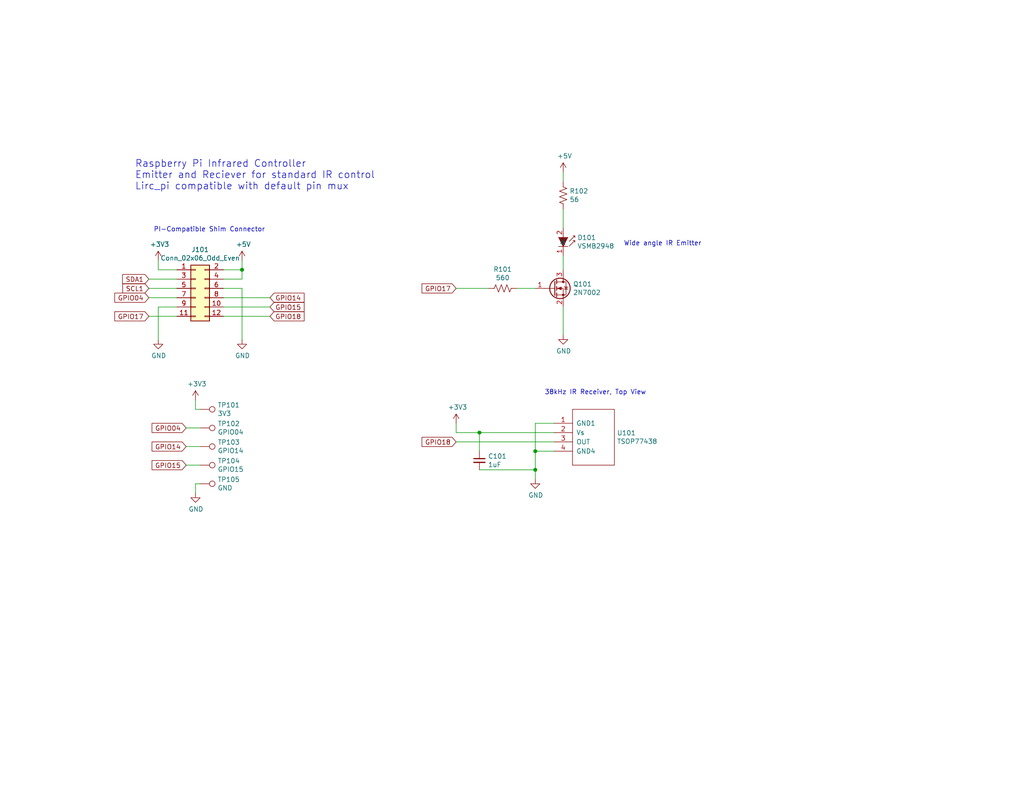
<source format=kicad_sch>
(kicad_sch (version 20230121) (generator eeschema)

  (uuid eeb41443-9284-454f-98c9-0a84b47d65db)

  (paper "USLetter")

  (title_block
    (title "PiRCy")
    (date "2023-11-21")
    (rev "1")
    (company "DigitalREP")
  )

  (lib_symbols
    (symbol "Connector:TestPoint" (pin_numbers hide) (pin_names (offset 0.762) hide) (in_bom yes) (on_board yes)
      (property "Reference" "TP" (at 0 6.858 0)
        (effects (font (size 1.27 1.27)))
      )
      (property "Value" "TestPoint" (at 0 5.08 0)
        (effects (font (size 1.27 1.27)))
      )
      (property "Footprint" "" (at 5.08 0 0)
        (effects (font (size 1.27 1.27)) hide)
      )
      (property "Datasheet" "~" (at 5.08 0 0)
        (effects (font (size 1.27 1.27)) hide)
      )
      (property "ki_keywords" "test point tp" (at 0 0 0)
        (effects (font (size 1.27 1.27)) hide)
      )
      (property "ki_description" "test point" (at 0 0 0)
        (effects (font (size 1.27 1.27)) hide)
      )
      (property "ki_fp_filters" "Pin* Test*" (at 0 0 0)
        (effects (font (size 1.27 1.27)) hide)
      )
      (symbol "TestPoint_0_1"
        (circle (center 0 3.302) (radius 0.762)
          (stroke (width 0) (type default))
          (fill (type none))
        )
      )
      (symbol "TestPoint_1_1"
        (pin passive line (at 0 0 90) (length 2.54)
          (name "1" (effects (font (size 1.27 1.27))))
          (number "1" (effects (font (size 1.27 1.27))))
        )
      )
    )
    (symbol "Connector_Generic:Conn_02x06_Odd_Even" (pin_names (offset 1.016) hide) (in_bom yes) (on_board yes)
      (property "Reference" "J" (at 1.27 7.62 0)
        (effects (font (size 1.27 1.27)))
      )
      (property "Value" "Conn_02x06_Odd_Even" (at 1.27 -10.16 0)
        (effects (font (size 1.27 1.27)))
      )
      (property "Footprint" "" (at 0 0 0)
        (effects (font (size 1.27 1.27)) hide)
      )
      (property "Datasheet" "~" (at 0 0 0)
        (effects (font (size 1.27 1.27)) hide)
      )
      (property "ki_keywords" "connector" (at 0 0 0)
        (effects (font (size 1.27 1.27)) hide)
      )
      (property "ki_description" "Generic connector, double row, 02x06, odd/even pin numbering scheme (row 1 odd numbers, row 2 even numbers), script generated (kicad-library-utils/schlib/autogen/connector/)" (at 0 0 0)
        (effects (font (size 1.27 1.27)) hide)
      )
      (property "ki_fp_filters" "Connector*:*_2x??_*" (at 0 0 0)
        (effects (font (size 1.27 1.27)) hide)
      )
      (symbol "Conn_02x06_Odd_Even_1_1"
        (rectangle (start -1.27 -7.493) (end 0 -7.747)
          (stroke (width 0.1524) (type default))
          (fill (type none))
        )
        (rectangle (start -1.27 -4.953) (end 0 -5.207)
          (stroke (width 0.1524) (type default))
          (fill (type none))
        )
        (rectangle (start -1.27 -2.413) (end 0 -2.667)
          (stroke (width 0.1524) (type default))
          (fill (type none))
        )
        (rectangle (start -1.27 0.127) (end 0 -0.127)
          (stroke (width 0.1524) (type default))
          (fill (type none))
        )
        (rectangle (start -1.27 2.667) (end 0 2.413)
          (stroke (width 0.1524) (type default))
          (fill (type none))
        )
        (rectangle (start -1.27 5.207) (end 0 4.953)
          (stroke (width 0.1524) (type default))
          (fill (type none))
        )
        (rectangle (start -1.27 6.35) (end 3.81 -8.89)
          (stroke (width 0.254) (type default))
          (fill (type background))
        )
        (rectangle (start 3.81 -7.493) (end 2.54 -7.747)
          (stroke (width 0.1524) (type default))
          (fill (type none))
        )
        (rectangle (start 3.81 -4.953) (end 2.54 -5.207)
          (stroke (width 0.1524) (type default))
          (fill (type none))
        )
        (rectangle (start 3.81 -2.413) (end 2.54 -2.667)
          (stroke (width 0.1524) (type default))
          (fill (type none))
        )
        (rectangle (start 3.81 0.127) (end 2.54 -0.127)
          (stroke (width 0.1524) (type default))
          (fill (type none))
        )
        (rectangle (start 3.81 2.667) (end 2.54 2.413)
          (stroke (width 0.1524) (type default))
          (fill (type none))
        )
        (rectangle (start 3.81 5.207) (end 2.54 4.953)
          (stroke (width 0.1524) (type default))
          (fill (type none))
        )
        (pin passive line (at -5.08 5.08 0) (length 3.81)
          (name "Pin_1" (effects (font (size 1.27 1.27))))
          (number "1" (effects (font (size 1.27 1.27))))
        )
        (pin passive line (at 7.62 -5.08 180) (length 3.81)
          (name "Pin_10" (effects (font (size 1.27 1.27))))
          (number "10" (effects (font (size 1.27 1.27))))
        )
        (pin passive line (at -5.08 -7.62 0) (length 3.81)
          (name "Pin_11" (effects (font (size 1.27 1.27))))
          (number "11" (effects (font (size 1.27 1.27))))
        )
        (pin passive line (at 7.62 -7.62 180) (length 3.81)
          (name "Pin_12" (effects (font (size 1.27 1.27))))
          (number "12" (effects (font (size 1.27 1.27))))
        )
        (pin passive line (at 7.62 5.08 180) (length 3.81)
          (name "Pin_2" (effects (font (size 1.27 1.27))))
          (number "2" (effects (font (size 1.27 1.27))))
        )
        (pin passive line (at -5.08 2.54 0) (length 3.81)
          (name "Pin_3" (effects (font (size 1.27 1.27))))
          (number "3" (effects (font (size 1.27 1.27))))
        )
        (pin passive line (at 7.62 2.54 180) (length 3.81)
          (name "Pin_4" (effects (font (size 1.27 1.27))))
          (number "4" (effects (font (size 1.27 1.27))))
        )
        (pin passive line (at -5.08 0 0) (length 3.81)
          (name "Pin_5" (effects (font (size 1.27 1.27))))
          (number "5" (effects (font (size 1.27 1.27))))
        )
        (pin passive line (at 7.62 0 180) (length 3.81)
          (name "Pin_6" (effects (font (size 1.27 1.27))))
          (number "6" (effects (font (size 1.27 1.27))))
        )
        (pin passive line (at -5.08 -2.54 0) (length 3.81)
          (name "Pin_7" (effects (font (size 1.27 1.27))))
          (number "7" (effects (font (size 1.27 1.27))))
        )
        (pin passive line (at 7.62 -2.54 180) (length 3.81)
          (name "Pin_8" (effects (font (size 1.27 1.27))))
          (number "8" (effects (font (size 1.27 1.27))))
        )
        (pin passive line (at -5.08 -5.08 0) (length 3.81)
          (name "Pin_9" (effects (font (size 1.27 1.27))))
          (number "9" (effects (font (size 1.27 1.27))))
        )
      )
    )
    (symbol "Device:C_Small" (pin_numbers hide) (pin_names (offset 0.254) hide) (in_bom yes) (on_board yes)
      (property "Reference" "C" (at 0.254 1.778 0)
        (effects (font (size 1.27 1.27)) (justify left))
      )
      (property "Value" "C_Small" (at 0.254 -2.032 0)
        (effects (font (size 1.27 1.27)) (justify left))
      )
      (property "Footprint" "" (at 0 0 0)
        (effects (font (size 1.27 1.27)) hide)
      )
      (property "Datasheet" "~" (at 0 0 0)
        (effects (font (size 1.27 1.27)) hide)
      )
      (property "ki_keywords" "capacitor cap" (at 0 0 0)
        (effects (font (size 1.27 1.27)) hide)
      )
      (property "ki_description" "Unpolarized capacitor, small symbol" (at 0 0 0)
        (effects (font (size 1.27 1.27)) hide)
      )
      (property "ki_fp_filters" "C_*" (at 0 0 0)
        (effects (font (size 1.27 1.27)) hide)
      )
      (symbol "C_Small_0_1"
        (polyline
          (pts
            (xy -1.524 -0.508)
            (xy 1.524 -0.508)
          )
          (stroke (width 0.3302) (type default))
          (fill (type none))
        )
        (polyline
          (pts
            (xy -1.524 0.508)
            (xy 1.524 0.508)
          )
          (stroke (width 0.3048) (type default))
          (fill (type none))
        )
      )
      (symbol "C_Small_1_1"
        (pin passive line (at 0 2.54 270) (length 2.032)
          (name "~" (effects (font (size 1.27 1.27))))
          (number "1" (effects (font (size 1.27 1.27))))
        )
        (pin passive line (at 0 -2.54 90) (length 2.032)
          (name "~" (effects (font (size 1.27 1.27))))
          (number "2" (effects (font (size 1.27 1.27))))
        )
      )
    )
    (symbol "Device:R_US" (pin_numbers hide) (pin_names (offset 0)) (in_bom yes) (on_board yes)
      (property "Reference" "R" (at 2.54 0 90)
        (effects (font (size 1.27 1.27)))
      )
      (property "Value" "R_US" (at -2.54 0 90)
        (effects (font (size 1.27 1.27)))
      )
      (property "Footprint" "" (at 1.016 -0.254 90)
        (effects (font (size 1.27 1.27)) hide)
      )
      (property "Datasheet" "~" (at 0 0 0)
        (effects (font (size 1.27 1.27)) hide)
      )
      (property "ki_keywords" "R res resistor" (at 0 0 0)
        (effects (font (size 1.27 1.27)) hide)
      )
      (property "ki_description" "Resistor, US symbol" (at 0 0 0)
        (effects (font (size 1.27 1.27)) hide)
      )
      (property "ki_fp_filters" "R_*" (at 0 0 0)
        (effects (font (size 1.27 1.27)) hide)
      )
      (symbol "R_US_0_1"
        (polyline
          (pts
            (xy 0 -2.286)
            (xy 0 -2.54)
          )
          (stroke (width 0) (type default))
          (fill (type none))
        )
        (polyline
          (pts
            (xy 0 2.286)
            (xy 0 2.54)
          )
          (stroke (width 0) (type default))
          (fill (type none))
        )
        (polyline
          (pts
            (xy 0 -0.762)
            (xy 1.016 -1.143)
            (xy 0 -1.524)
            (xy -1.016 -1.905)
            (xy 0 -2.286)
          )
          (stroke (width 0) (type default))
          (fill (type none))
        )
        (polyline
          (pts
            (xy 0 0.762)
            (xy 1.016 0.381)
            (xy 0 0)
            (xy -1.016 -0.381)
            (xy 0 -0.762)
          )
          (stroke (width 0) (type default))
          (fill (type none))
        )
        (polyline
          (pts
            (xy 0 2.286)
            (xy 1.016 1.905)
            (xy 0 1.524)
            (xy -1.016 1.143)
            (xy 0 0.762)
          )
          (stroke (width 0) (type default))
          (fill (type none))
        )
      )
      (symbol "R_US_1_1"
        (pin passive line (at 0 3.81 270) (length 1.27)
          (name "~" (effects (font (size 1.27 1.27))))
          (number "1" (effects (font (size 1.27 1.27))))
        )
        (pin passive line (at 0 -3.81 90) (length 1.27)
          (name "~" (effects (font (size 1.27 1.27))))
          (number "2" (effects (font (size 1.27 1.27))))
        )
      )
    )
    (symbol "PiRCy-rescue:TSOP77438-Vishay_IR" (pin_names (offset 1.016)) (in_bom yes) (on_board yes)
      (property "Reference" "U" (at -3.81 8.89 0)
        (effects (font (size 1.27 1.27)))
      )
      (property "Value" "Vishay_IR:TSOP77438" (at 0 -8.89 0)
        (effects (font (size 1.27 1.27)))
      )
      (property "Footprint" "" (at -8.89 1.27 0)
        (effects (font (size 1.27 1.27)) hide)
      )
      (property "Datasheet" "" (at -8.89 1.27 0)
        (effects (font (size 1.27 1.27)) hide)
      )
      (symbol "TSOP77438-Vishay_IR_0_1"
        (rectangle (start -5.08 7.62) (end 6.35 -7.62)
          (stroke (width 0) (type solid))
          (fill (type none))
        )
      )
      (symbol "TSOP77438-Vishay_IR_1_1"
        (pin power_in line (at -10.16 3.81 0) (length 5.08)
          (name "GND1" (effects (font (size 1.27 1.27))))
          (number "1" (effects (font (size 1.27 1.27))))
        )
        (pin power_in line (at -10.16 1.27 0) (length 5.08)
          (name "Vs" (effects (font (size 1.27 1.27))))
          (number "2" (effects (font (size 1.27 1.27))))
        )
        (pin open_collector line (at -10.16 -1.27 0) (length 5.08)
          (name "OUT" (effects (font (size 1.27 1.27))))
          (number "3" (effects (font (size 1.27 1.27))))
        )
        (pin open_collector line (at -10.16 -3.81 0) (length 5.08)
          (name "GND4" (effects (font (size 1.27 1.27))))
          (number "4" (effects (font (size 1.27 1.27))))
        )
      )
    )
    (symbol "PiRCy-rescue:VSMB2948-Vishay_IR" (pin_names (offset 1.016)) (in_bom yes) (on_board yes)
      (property "Reference" "D" (at 0 5.08 0)
        (effects (font (size 1.27 1.27)))
      )
      (property "Value" "Vishay_IR:VSMB2948" (at 0 -2.54 0)
        (effects (font (size 1.27 1.27)))
      )
      (property "Footprint" "" (at 0 0 0)
        (effects (font (size 1.27 1.27)) hide)
      )
      (property "Datasheet" "" (at 0 0 0)
        (effects (font (size 1.27 1.27)) hide)
      )
      (symbol "VSMB2948-Vishay_IR_1_1"
        (polyline
          (pts
            (xy -1.27 1.27)
            (xy -1.27 -1.27)
          )
          (stroke (width 0.1524) (type solid))
          (fill (type none))
        )
        (polyline
          (pts
            (xy 1.651 3.175)
            (xy 1.143 3.175)
          )
          (stroke (width 0) (type solid))
          (fill (type none))
        )
        (polyline
          (pts
            (xy 0.127 1.651)
            (xy 1.651 3.175)
            (xy 1.651 2.667)
          )
          (stroke (width 0) (type solid))
          (fill (type none))
        )
        (polyline
          (pts
            (xy 1.27 1.27)
            (xy -1.27 0)
            (xy 1.27 -1.27)
          )
          (stroke (width 0) (type solid))
          (fill (type outline))
        )
        (polyline
          (pts
            (xy -1.143 1.651)
            (xy 0.381 3.175)
            (xy 0.381 2.667)
            (xy 0.381 3.175)
            (xy -0.127 3.175)
          )
          (stroke (width 0) (type solid))
          (fill (type none))
        )
        (pin passive line (at -3.81 0 0) (length 2.54)
          (name "K" (effects (font (size 1.27 1.27))))
          (number "1" (effects (font (size 1.27 1.27))))
        )
        (pin passive line (at 3.81 0 180) (length 2.54)
          (name "A" (effects (font (size 1.27 1.27))))
          (number "2" (effects (font (size 1.27 1.27))))
        )
      )
    )
    (symbol "Transistor_FET:2N7002" (pin_names hide) (in_bom yes) (on_board yes)
      (property "Reference" "Q" (at 5.08 1.905 0)
        (effects (font (size 1.27 1.27)) (justify left))
      )
      (property "Value" "2N7002" (at 5.08 0 0)
        (effects (font (size 1.27 1.27)) (justify left))
      )
      (property "Footprint" "Package_TO_SOT_SMD:SOT-23" (at 5.08 -1.905 0)
        (effects (font (size 1.27 1.27) italic) (justify left) hide)
      )
      (property "Datasheet" "https://www.onsemi.com/pub/Collateral/NDS7002A-D.PDF" (at 0 0 0)
        (effects (font (size 1.27 1.27)) (justify left) hide)
      )
      (property "ki_keywords" "N-Channel Switching MOSFET" (at 0 0 0)
        (effects (font (size 1.27 1.27)) hide)
      )
      (property "ki_description" "0.115A Id, 60V Vds, N-Channel MOSFET, SOT-23" (at 0 0 0)
        (effects (font (size 1.27 1.27)) hide)
      )
      (property "ki_fp_filters" "SOT?23*" (at 0 0 0)
        (effects (font (size 1.27 1.27)) hide)
      )
      (symbol "2N7002_0_1"
        (polyline
          (pts
            (xy 0.254 0)
            (xy -2.54 0)
          )
          (stroke (width 0) (type default))
          (fill (type none))
        )
        (polyline
          (pts
            (xy 0.254 1.905)
            (xy 0.254 -1.905)
          )
          (stroke (width 0.254) (type default))
          (fill (type none))
        )
        (polyline
          (pts
            (xy 0.762 -1.27)
            (xy 0.762 -2.286)
          )
          (stroke (width 0.254) (type default))
          (fill (type none))
        )
        (polyline
          (pts
            (xy 0.762 0.508)
            (xy 0.762 -0.508)
          )
          (stroke (width 0.254) (type default))
          (fill (type none))
        )
        (polyline
          (pts
            (xy 0.762 2.286)
            (xy 0.762 1.27)
          )
          (stroke (width 0.254) (type default))
          (fill (type none))
        )
        (polyline
          (pts
            (xy 2.54 2.54)
            (xy 2.54 1.778)
          )
          (stroke (width 0) (type default))
          (fill (type none))
        )
        (polyline
          (pts
            (xy 2.54 -2.54)
            (xy 2.54 0)
            (xy 0.762 0)
          )
          (stroke (width 0) (type default))
          (fill (type none))
        )
        (polyline
          (pts
            (xy 0.762 -1.778)
            (xy 3.302 -1.778)
            (xy 3.302 1.778)
            (xy 0.762 1.778)
          )
          (stroke (width 0) (type default))
          (fill (type none))
        )
        (polyline
          (pts
            (xy 1.016 0)
            (xy 2.032 0.381)
            (xy 2.032 -0.381)
            (xy 1.016 0)
          )
          (stroke (width 0) (type default))
          (fill (type outline))
        )
        (polyline
          (pts
            (xy 2.794 0.508)
            (xy 2.921 0.381)
            (xy 3.683 0.381)
            (xy 3.81 0.254)
          )
          (stroke (width 0) (type default))
          (fill (type none))
        )
        (polyline
          (pts
            (xy 3.302 0.381)
            (xy 2.921 -0.254)
            (xy 3.683 -0.254)
            (xy 3.302 0.381)
          )
          (stroke (width 0) (type default))
          (fill (type none))
        )
        (circle (center 1.651 0) (radius 2.794)
          (stroke (width 0.254) (type default))
          (fill (type none))
        )
        (circle (center 2.54 -1.778) (radius 0.254)
          (stroke (width 0) (type default))
          (fill (type outline))
        )
        (circle (center 2.54 1.778) (radius 0.254)
          (stroke (width 0) (type default))
          (fill (type outline))
        )
      )
      (symbol "2N7002_1_1"
        (pin input line (at -5.08 0 0) (length 2.54)
          (name "G" (effects (font (size 1.27 1.27))))
          (number "1" (effects (font (size 1.27 1.27))))
        )
        (pin passive line (at 2.54 -5.08 90) (length 2.54)
          (name "S" (effects (font (size 1.27 1.27))))
          (number "2" (effects (font (size 1.27 1.27))))
        )
        (pin passive line (at 2.54 5.08 270) (length 2.54)
          (name "D" (effects (font (size 1.27 1.27))))
          (number "3" (effects (font (size 1.27 1.27))))
        )
      )
    )
    (symbol "power:+3V3" (power) (pin_names (offset 0)) (in_bom yes) (on_board yes)
      (property "Reference" "#PWR" (at 0 -3.81 0)
        (effects (font (size 1.27 1.27)) hide)
      )
      (property "Value" "+3V3" (at 0 3.556 0)
        (effects (font (size 1.27 1.27)))
      )
      (property "Footprint" "" (at 0 0 0)
        (effects (font (size 1.27 1.27)) hide)
      )
      (property "Datasheet" "" (at 0 0 0)
        (effects (font (size 1.27 1.27)) hide)
      )
      (property "ki_keywords" "global power" (at 0 0 0)
        (effects (font (size 1.27 1.27)) hide)
      )
      (property "ki_description" "Power symbol creates a global label with name \"+3V3\"" (at 0 0 0)
        (effects (font (size 1.27 1.27)) hide)
      )
      (symbol "+3V3_0_1"
        (polyline
          (pts
            (xy -0.762 1.27)
            (xy 0 2.54)
          )
          (stroke (width 0) (type default))
          (fill (type none))
        )
        (polyline
          (pts
            (xy 0 0)
            (xy 0 2.54)
          )
          (stroke (width 0) (type default))
          (fill (type none))
        )
        (polyline
          (pts
            (xy 0 2.54)
            (xy 0.762 1.27)
          )
          (stroke (width 0) (type default))
          (fill (type none))
        )
      )
      (symbol "+3V3_1_1"
        (pin power_in line (at 0 0 90) (length 0) hide
          (name "+3V3" (effects (font (size 1.27 1.27))))
          (number "1" (effects (font (size 1.27 1.27))))
        )
      )
    )
    (symbol "power:+5V" (power) (pin_names (offset 0)) (in_bom yes) (on_board yes)
      (property "Reference" "#PWR" (at 0 -3.81 0)
        (effects (font (size 1.27 1.27)) hide)
      )
      (property "Value" "+5V" (at 0 3.556 0)
        (effects (font (size 1.27 1.27)))
      )
      (property "Footprint" "" (at 0 0 0)
        (effects (font (size 1.27 1.27)) hide)
      )
      (property "Datasheet" "" (at 0 0 0)
        (effects (font (size 1.27 1.27)) hide)
      )
      (property "ki_keywords" "global power" (at 0 0 0)
        (effects (font (size 1.27 1.27)) hide)
      )
      (property "ki_description" "Power symbol creates a global label with name \"+5V\"" (at 0 0 0)
        (effects (font (size 1.27 1.27)) hide)
      )
      (symbol "+5V_0_1"
        (polyline
          (pts
            (xy -0.762 1.27)
            (xy 0 2.54)
          )
          (stroke (width 0) (type default))
          (fill (type none))
        )
        (polyline
          (pts
            (xy 0 0)
            (xy 0 2.54)
          )
          (stroke (width 0) (type default))
          (fill (type none))
        )
        (polyline
          (pts
            (xy 0 2.54)
            (xy 0.762 1.27)
          )
          (stroke (width 0) (type default))
          (fill (type none))
        )
      )
      (symbol "+5V_1_1"
        (pin power_in line (at 0 0 90) (length 0) hide
          (name "+5V" (effects (font (size 1.27 1.27))))
          (number "1" (effects (font (size 1.27 1.27))))
        )
      )
    )
    (symbol "power:GND" (power) (pin_names (offset 0)) (in_bom yes) (on_board yes)
      (property "Reference" "#PWR" (at 0 -6.35 0)
        (effects (font (size 1.27 1.27)) hide)
      )
      (property "Value" "GND" (at 0 -3.81 0)
        (effects (font (size 1.27 1.27)))
      )
      (property "Footprint" "" (at 0 0 0)
        (effects (font (size 1.27 1.27)) hide)
      )
      (property "Datasheet" "" (at 0 0 0)
        (effects (font (size 1.27 1.27)) hide)
      )
      (property "ki_keywords" "global power" (at 0 0 0)
        (effects (font (size 1.27 1.27)) hide)
      )
      (property "ki_description" "Power symbol creates a global label with name \"GND\" , ground" (at 0 0 0)
        (effects (font (size 1.27 1.27)) hide)
      )
      (symbol "GND_0_1"
        (polyline
          (pts
            (xy 0 0)
            (xy 0 -1.27)
            (xy 1.27 -1.27)
            (xy 0 -2.54)
            (xy -1.27 -1.27)
            (xy 0 -1.27)
          )
          (stroke (width 0) (type default))
          (fill (type none))
        )
      )
      (symbol "GND_1_1"
        (pin power_in line (at 0 0 270) (length 0) hide
          (name "GND" (effects (font (size 1.27 1.27))))
          (number "1" (effects (font (size 1.27 1.27))))
        )
      )
    )
  )

  (junction (at 66.04 73.66) (diameter 0) (color 0 0 0 0)
    (uuid 1a0fbd3b-7cc8-467b-9d4c-ea4124c2b15e)
  )
  (junction (at 146.05 123.19) (diameter 0) (color 0 0 0 0)
    (uuid 22cd4dea-c0fd-475a-be28-1b816ae85f46)
  )
  (junction (at 146.05 128.27) (diameter 0) (color 0 0 0 0)
    (uuid 5d049f12-3e1a-435c-9287-6713b93c595a)
  )
  (junction (at 130.81 118.11) (diameter 0) (color 0 0 0 0)
    (uuid d0618091-b8d8-4396-89b6-6d0ce336748e)
  )

  (wire (pts (xy 66.04 76.2) (xy 66.04 73.66))
    (stroke (width 0) (type default))
    (uuid 044e6bd2-92ba-4449-99c0-60dfddf19d7d)
  )
  (wire (pts (xy 153.67 46.99) (xy 153.67 49.53))
    (stroke (width 0) (type default))
    (uuid 14aab926-20b6-4926-935b-3cb6d919ceff)
  )
  (wire (pts (xy 66.04 71.12) (xy 66.04 73.66))
    (stroke (width 0) (type default))
    (uuid 1aa5ee8c-a18d-4784-b4d1-6880dac048d3)
  )
  (wire (pts (xy 40.64 86.36) (xy 48.26 86.36))
    (stroke (width 0) (type default))
    (uuid 1f685150-f846-4a13-8547-e01880084826)
  )
  (wire (pts (xy 48.26 73.66) (xy 43.18 73.66))
    (stroke (width 0) (type default))
    (uuid 22ba6c0f-b81d-44f8-9324-d81b0bcd6e66)
  )
  (wire (pts (xy 146.05 115.57) (xy 146.05 123.19))
    (stroke (width 0) (type default))
    (uuid 2ed72303-d5bd-45d9-82b8-06f33333c165)
  )
  (wire (pts (xy 73.66 86.36) (xy 60.96 86.36))
    (stroke (width 0) (type default))
    (uuid 3660a005-9293-4e24-9da6-318a8ecf7dc9)
  )
  (wire (pts (xy 50.8 121.92) (xy 54.61 121.92))
    (stroke (width 0) (type default))
    (uuid 3cffca0b-d88d-4646-a7fc-2666cd7c6e58)
  )
  (wire (pts (xy 66.04 78.74) (xy 66.04 92.71))
    (stroke (width 0) (type default))
    (uuid 45d63b04-cc44-42d1-a412-ba9b06b2a331)
  )
  (wire (pts (xy 50.8 127) (xy 54.61 127))
    (stroke (width 0) (type default))
    (uuid 47a057dd-67c4-42d8-9589-313259096b2f)
  )
  (wire (pts (xy 124.46 78.74) (xy 133.35 78.74))
    (stroke (width 0) (type default))
    (uuid 49775e63-e3bd-470a-89c2-e3eaf5755867)
  )
  (wire (pts (xy 73.66 83.82) (xy 60.96 83.82))
    (stroke (width 0) (type default))
    (uuid 4df68da4-d6b4-4236-b818-dc387d00d006)
  )
  (wire (pts (xy 43.18 83.82) (xy 43.18 92.71))
    (stroke (width 0) (type default))
    (uuid 5727c9d9-9509-45f9-9169-b33f7eca0848)
  )
  (wire (pts (xy 146.05 128.27) (xy 146.05 130.81))
    (stroke (width 0) (type default))
    (uuid 5f7707bb-c2b1-4da2-b189-be911d5be540)
  )
  (wire (pts (xy 54.61 111.76) (xy 53.34 111.76))
    (stroke (width 0) (type default))
    (uuid 62789086-af2b-4cbd-bfaa-32a29b3148e3)
  )
  (wire (pts (xy 53.34 132.08) (xy 53.34 134.62))
    (stroke (width 0) (type default))
    (uuid 69ee24e1-0d3d-4889-9cb1-08a9df8595d4)
  )
  (wire (pts (xy 73.66 81.28) (xy 60.96 81.28))
    (stroke (width 0) (type default))
    (uuid 6ea7d2b7-e0a1-4798-8b31-9eae8a3813be)
  )
  (wire (pts (xy 130.81 118.11) (xy 124.46 118.11))
    (stroke (width 0) (type default))
    (uuid 72d0c7c3-1c08-47aa-9be1-4fe34bea6f14)
  )
  (wire (pts (xy 151.13 118.11) (xy 130.81 118.11))
    (stroke (width 0) (type default))
    (uuid 735d36b4-7d02-4d05-8f0b-d0af92ee260a)
  )
  (wire (pts (xy 60.96 78.74) (xy 66.04 78.74))
    (stroke (width 0) (type default))
    (uuid 7ab1cecd-f6fa-4fd6-ad5f-5215021d6a0b)
  )
  (wire (pts (xy 146.05 123.19) (xy 146.05 128.27))
    (stroke (width 0) (type default))
    (uuid 8011c7c7-dc8a-45d5-b206-449fc075d67c)
  )
  (wire (pts (xy 130.81 123.19) (xy 130.81 118.11))
    (stroke (width 0) (type default))
    (uuid 85b42488-018b-41a9-bfe8-cec03bc74d34)
  )
  (wire (pts (xy 54.61 132.08) (xy 53.34 132.08))
    (stroke (width 0) (type default))
    (uuid 890c1c9a-f6d6-4a19-8d30-dc13e3bcfc1f)
  )
  (wire (pts (xy 130.81 128.27) (xy 146.05 128.27))
    (stroke (width 0) (type default))
    (uuid 89562abb-0b1f-4a38-aa92-c1e185a1565e)
  )
  (wire (pts (xy 124.46 120.65) (xy 151.13 120.65))
    (stroke (width 0) (type default))
    (uuid 8f1d979b-13aa-4a7a-876a-24c296df1bcf)
  )
  (wire (pts (xy 53.34 111.76) (xy 53.34 109.22))
    (stroke (width 0) (type default))
    (uuid 9c819017-bdcf-4b93-98ec-4e814e9cfc6b)
  )
  (wire (pts (xy 43.18 71.12) (xy 43.18 73.66))
    (stroke (width 0) (type default))
    (uuid 9eaae1d2-ffec-4815-a665-38f6010d98d4)
  )
  (wire (pts (xy 140.97 78.74) (xy 146.05 78.74))
    (stroke (width 0) (type default))
    (uuid a151d8dd-44f5-4f6d-8c87-678553117629)
  )
  (wire (pts (xy 151.13 115.57) (xy 146.05 115.57))
    (stroke (width 0) (type default))
    (uuid b0e90469-8093-4285-92bf-e28702dfb2cb)
  )
  (wire (pts (xy 48.26 83.82) (xy 43.18 83.82))
    (stroke (width 0) (type default))
    (uuid b5485661-0965-4e72-bed9-f536c1207a8c)
  )
  (wire (pts (xy 60.96 76.2) (xy 66.04 76.2))
    (stroke (width 0) (type default))
    (uuid bf662d7a-9cfe-49b8-87f4-8c9514684a6b)
  )
  (wire (pts (xy 124.46 115.57) (xy 124.46 118.11))
    (stroke (width 0) (type default))
    (uuid c8535bc8-38d8-4c3b-a118-d6ba40517a52)
  )
  (wire (pts (xy 40.64 78.74) (xy 48.26 78.74))
    (stroke (width 0) (type default))
    (uuid c9169215-0bf9-48d9-9228-7132dfcd7f48)
  )
  (wire (pts (xy 153.67 57.15) (xy 153.67 62.23))
    (stroke (width 0) (type default))
    (uuid d999d11b-e7e7-4e1e-9e90-19048fb6a400)
  )
  (wire (pts (xy 151.13 123.19) (xy 146.05 123.19))
    (stroke (width 0) (type default))
    (uuid df4643da-529b-43b3-8da9-d99d9d02062d)
  )
  (wire (pts (xy 50.8 116.84) (xy 54.61 116.84))
    (stroke (width 0) (type default))
    (uuid e2a1dd1c-4643-452e-a7d1-b2a291653419)
  )
  (wire (pts (xy 153.67 69.85) (xy 153.67 73.66))
    (stroke (width 0) (type default))
    (uuid e66de854-8798-4cfa-bbc6-6e4a93c0ec37)
  )
  (wire (pts (xy 153.67 83.82) (xy 153.67 91.44))
    (stroke (width 0) (type default))
    (uuid ea292e38-91ff-44cc-b71a-c2ba27c9790b)
  )
  (wire (pts (xy 60.96 73.66) (xy 66.04 73.66))
    (stroke (width 0) (type default))
    (uuid f02b6dff-61bd-4ea2-be49-9fedec4cd25f)
  )
  (wire (pts (xy 40.64 81.28) (xy 48.26 81.28))
    (stroke (width 0) (type default))
    (uuid f1aa790f-0d2d-43ba-9c70-ef6d801b7f9b)
  )
  (wire (pts (xy 40.64 76.2) (xy 48.26 76.2))
    (stroke (width 0) (type default))
    (uuid fd1ec86a-ab84-4af5-9125-4eac939d1d54)
  )

  (text "PI-Compatible Shim Connector\n" (at 41.91 63.5 0)
    (effects (font (size 1.27 1.27)) (justify left bottom))
    (uuid 613174fb-5f7b-4ac8-810e-f038f82fd55a)
  )
  (text "38kHz IR Receiver, Top View" (at 148.59 107.95 0)
    (effects (font (size 1.27 1.27)) (justify left bottom))
    (uuid 7702c1de-25b0-4705-a174-26b16e0c8e87)
  )
  (text "Wide angle IR Emitter" (at 170.18 67.31 0)
    (effects (font (size 1.27 1.27)) (justify left bottom))
    (uuid b49c056f-5b4d-4173-af73-b96619a681a5)
  )
  (text "Raspberry Pi Infrared Controller\nEmitter and Reciever for standard IR control\nLirc_pi compatible with default pin mux"
    (at 36.83 52.07 0)
    (effects (font (size 1.905 1.905)) (justify left bottom))
    (uuid dbeef4fc-ac15-41c1-ae36-dc56274daa1f)
  )

  (global_label "GPIO18" (shape input) (at 73.66 86.36 0)
    (effects (font (size 1.27 1.27)) (justify left))
    (uuid 03e2f1af-66f5-4bf7-af5d-7ddd9a58c1d5)
    (property "Intersheetrefs" "${INTERSHEET_REFS}" (at 73.66 86.36 0)
      (effects (font (size 1.27 1.27)) hide)
    )
  )
  (global_label "GPIO04" (shape input) (at 40.64 81.28 180)
    (effects (font (size 1.27 1.27)) (justify right))
    (uuid 0c582291-f79e-4d66-af11-b761b636d02f)
    (property "Intersheetrefs" "${INTERSHEET_REFS}" (at 40.64 81.28 0)
      (effects (font (size 1.27 1.27)) hide)
    )
  )
  (global_label "GPIO15" (shape input) (at 73.66 83.82 0)
    (effects (font (size 1.27 1.27)) (justify left))
    (uuid 0ddd2817-d97a-4755-9b68-20e0688b8ea9)
    (property "Intersheetrefs" "${INTERSHEET_REFS}" (at 73.66 83.82 0)
      (effects (font (size 1.27 1.27)) hide)
    )
  )
  (global_label "GPIO14" (shape input) (at 73.66 81.28 0)
    (effects (font (size 1.27 1.27)) (justify left))
    (uuid 41bb905a-81e0-48c0-b921-618f8bcf7328)
    (property "Intersheetrefs" "${INTERSHEET_REFS}" (at 73.66 81.28 0)
      (effects (font (size 1.27 1.27)) hide)
    )
  )
  (global_label "GPIO17" (shape input) (at 40.64 86.36 180)
    (effects (font (size 1.27 1.27)) (justify right))
    (uuid 53df0a18-6465-47d7-8566-3f1ff04cb08c)
    (property "Intersheetrefs" "${INTERSHEET_REFS}" (at 40.64 86.36 0)
      (effects (font (size 1.27 1.27)) hide)
    )
  )
  (global_label "GPIO15" (shape input) (at 50.8 127 180)
    (effects (font (size 1.27 1.27)) (justify right))
    (uuid 6344bf1d-0c97-43a0-bcbd-ca4c775cd79e)
    (property "Intersheetrefs" "${INTERSHEET_REFS}" (at 50.8 127 0)
      (effects (font (size 1.27 1.27)) hide)
    )
  )
  (global_label "SDA1" (shape input) (at 40.64 76.2 180)
    (effects (font (size 1.27 1.27)) (justify right))
    (uuid 75bbc323-8d14-4e2f-9bc3-8d4b4cc0d89e)
    (property "Intersheetrefs" "${INTERSHEET_REFS}" (at 40.64 76.2 0)
      (effects (font (size 1.27 1.27)) hide)
    )
  )
  (global_label "GPIO04" (shape input) (at 50.8 116.84 180)
    (effects (font (size 1.27 1.27)) (justify right))
    (uuid addd4711-09aa-44b1-aabb-b55f571c73b6)
    (property "Intersheetrefs" "${INTERSHEET_REFS}" (at 50.8 116.84 0)
      (effects (font (size 1.27 1.27)) hide)
    )
  )
  (global_label "GPIO17" (shape input) (at 124.46 78.74 180)
    (effects (font (size 1.27 1.27)) (justify right))
    (uuid cd75235b-daa7-4128-b4da-01ec2aab6e0f)
    (property "Intersheetrefs" "${INTERSHEET_REFS}" (at 124.46 78.74 0)
      (effects (font (size 1.27 1.27)) hide)
    )
  )
  (global_label "GPIO14" (shape input) (at 50.8 121.92 180)
    (effects (font (size 1.27 1.27)) (justify right))
    (uuid d0a0eece-df82-450e-abd9-e7205cc3f7f3)
    (property "Intersheetrefs" "${INTERSHEET_REFS}" (at 50.8 121.92 0)
      (effects (font (size 1.27 1.27)) hide)
    )
  )
  (global_label "SCL1" (shape input) (at 40.64 78.74 180)
    (effects (font (size 1.27 1.27)) (justify right))
    (uuid db394e6d-e6b9-4e4e-a5a4-c8c7c8b5fbd3)
    (property "Intersheetrefs" "${INTERSHEET_REFS}" (at 40.64 78.74 0)
      (effects (font (size 1.27 1.27)) hide)
    )
  )
  (global_label "GPIO18" (shape input) (at 124.46 120.65 180)
    (effects (font (size 1.27 1.27)) (justify right))
    (uuid e4fe5d5a-074d-4cf7-ae3a-701f9c200785)
    (property "Intersheetrefs" "${INTERSHEET_REFS}" (at 124.46 120.65 0)
      (effects (font (size 1.27 1.27)) hide)
    )
  )

  (symbol (lib_id "PiRCy-rescue:TSOP77438-Vishay_IR") (at 161.29 119.38 0) (unit 1)
    (in_bom yes) (on_board yes) (dnp no)
    (uuid 00000000-0000-0000-0000-00005bb129ca)
    (property "Reference" "U101" (at 168.3258 118.2116 0)
      (effects (font (size 1.27 1.27)) (justify left))
    )
    (property "Value" "TSOP77438" (at 168.3258 120.523 0)
      (effects (font (size 1.27 1.27)) (justify left))
    )
    (property "Footprint" "mymodules:Heim" (at 152.4 118.11 0)
      (effects (font (size 1.27 1.27)) hide)
    )
    (property "Datasheet" "" (at 152.4 118.11 0)
      (effects (font (size 1.27 1.27)) hide)
    )
    (pin "1" (uuid dadeb181-3a1c-4fbd-b8ed-bc3984a7879b))
    (pin "2" (uuid eafde614-2eb4-4fec-8f51-fac3fa17fdb3))
    (pin "3" (uuid ada8ef9b-6981-4d48-822b-44ceb982e082))
    (pin "4" (uuid f3fe7217-85f8-4bfb-8a2a-4ebdc91f23f5))
    (instances
      (project "PiRCy"
        (path "/eeb41443-9284-454f-98c9-0a84b47d65db"
          (reference "U101") (unit 1)
        )
      )
    )
  )

  (symbol (lib_id "PiRCy-rescue:VSMB2948-Vishay_IR") (at 153.67 66.04 270) (mirror x) (unit 1)
    (in_bom yes) (on_board yes) (dnp no)
    (uuid 00000000-0000-0000-0000-00005bb13448)
    (property "Reference" "D101" (at 157.5308 64.8716 90)
      (effects (font (size 1.27 1.27)) (justify left))
    )
    (property "Value" "VSMB2948" (at 157.5308 67.183 90)
      (effects (font (size 1.27 1.27)) (justify left))
    )
    (property "Footprint" "Vishay:VSMG28011G" (at 153.67 66.04 0)
      (effects (font (size 1.27 1.27)) hide)
    )
    (property "Datasheet" "" (at 153.67 66.04 0)
      (effects (font (size 1.27 1.27)) hide)
    )
    (pin "1" (uuid d2a174aa-d272-41e0-913b-b991525bb1e3))
    (pin "2" (uuid 6286b561-f7ae-47e8-8a4b-3e407bdd759b))
    (instances
      (project "PiRCy"
        (path "/eeb41443-9284-454f-98c9-0a84b47d65db"
          (reference "D101") (unit 1)
        )
      )
    )
  )

  (symbol (lib_id "Connector_Generic:Conn_02x06_Odd_Even") (at 53.34 78.74 0) (unit 1)
    (in_bom yes) (on_board yes) (dnp no)
    (uuid 00000000-0000-0000-0000-00005bb13610)
    (property "Reference" "J101" (at 54.61 68.1482 0)
      (effects (font (size 1.27 1.27)))
    )
    (property "Value" "Conn_02x06_Odd_Even" (at 54.61 70.4596 0)
      (effects (font (size 1.27 1.27)))
    )
    (property "Footprint" "mymodules:Harwin-M20-02x06_RA" (at 53.34 78.74 0)
      (effects (font (size 1.27 1.27)) hide)
    )
    (property "Datasheet" "~" (at 53.34 78.74 0)
      (effects (font (size 1.27 1.27)) hide)
    )
    (pin "1" (uuid 6449e3ac-1f61-4950-b929-aa62546fd40b))
    (pin "10" (uuid 6a6bf608-baa3-4fee-ac8a-0fb388628d7d))
    (pin "11" (uuid fd718fed-739b-4597-a0a4-e71fcb7f8deb))
    (pin "12" (uuid 18bb762f-54d2-4b9d-bae7-458fdbe135fa))
    (pin "2" (uuid ddb04d7d-eec8-420a-b66d-4bc5507ff937))
    (pin "3" (uuid df621e8d-3cec-4557-953f-e1a633cdf244))
    (pin "4" (uuid 8ce3cdcd-8c92-439f-990e-f34c9fa21e64))
    (pin "5" (uuid 7cd091e9-c804-4ad5-9efb-b90d1a2b8446))
    (pin "6" (uuid a002524f-1ea8-4fea-97f2-09d76b071dbf))
    (pin "7" (uuid b76aa205-5870-416e-b10b-ec103892bf0d))
    (pin "8" (uuid 3e440253-ccb4-43c7-b604-ac627e6e3d9a))
    (pin "9" (uuid cb75b17b-c69c-4a6c-bb62-688bc02d25ab))
    (instances
      (project "PiRCy"
        (path "/eeb41443-9284-454f-98c9-0a84b47d65db"
          (reference "J101") (unit 1)
        )
      )
    )
  )

  (symbol (lib_id "Device:C_Small") (at 130.81 125.73 0) (unit 1)
    (in_bom yes) (on_board yes) (dnp no)
    (uuid 00000000-0000-0000-0000-00005bb136b1)
    (property "Reference" "C101" (at 133.1468 124.5616 0)
      (effects (font (size 1.27 1.27)) (justify left))
    )
    (property "Value" "1uF" (at 133.1468 126.873 0)
      (effects (font (size 1.27 1.27)) (justify left))
    )
    (property "Footprint" "Capacitors_SMD:C_0603" (at 130.81 125.73 0)
      (effects (font (size 1.27 1.27)) hide)
    )
    (property "Datasheet" "~" (at 130.81 125.73 0)
      (effects (font (size 1.27 1.27)) hide)
    )
    (pin "1" (uuid 9ecd2c6e-d301-4fad-9da6-87bd574466e3))
    (pin "2" (uuid 40a2a50d-a10b-44da-aedc-eee60f20f5dc))
    (instances
      (project "PiRCy"
        (path "/eeb41443-9284-454f-98c9-0a84b47d65db"
          (reference "C101") (unit 1)
        )
      )
    )
  )

  (symbol (lib_id "Device:R_US") (at 153.67 53.34 0) (unit 1)
    (in_bom yes) (on_board yes) (dnp no)
    (uuid 00000000-0000-0000-0000-00005bb13780)
    (property "Reference" "R102" (at 155.3972 52.1716 0)
      (effects (font (size 1.27 1.27)) (justify left))
    )
    (property "Value" "56" (at 155.3972 54.483 0)
      (effects (font (size 1.27 1.27)) (justify left))
    )
    (property "Footprint" "Resistors_SMD:R_0603" (at 154.686 53.594 90)
      (effects (font (size 1.27 1.27)) hide)
    )
    (property "Datasheet" "~" (at 153.67 53.34 0)
      (effects (font (size 1.27 1.27)) hide)
    )
    (pin "1" (uuid 0ff1d228-333d-4e9b-991b-98ef38d12ecc))
    (pin "2" (uuid e0d62000-ebd7-4d07-895e-33093b14742c))
    (instances
      (project "PiRCy"
        (path "/eeb41443-9284-454f-98c9-0a84b47d65db"
          (reference "R102") (unit 1)
        )
      )
    )
  )

  (symbol (lib_id "Device:R_US") (at 137.16 78.74 270) (unit 1)
    (in_bom yes) (on_board yes) (dnp no)
    (uuid 00000000-0000-0000-0000-00005bb13818)
    (property "Reference" "R101" (at 137.16 73.533 90)
      (effects (font (size 1.27 1.27)))
    )
    (property "Value" "560" (at 137.16 75.8444 90)
      (effects (font (size 1.27 1.27)))
    )
    (property "Footprint" "Resistors_SMD:R_0603" (at 136.906 79.756 90)
      (effects (font (size 1.27 1.27)) hide)
    )
    (property "Datasheet" "~" (at 137.16 78.74 0)
      (effects (font (size 1.27 1.27)) hide)
    )
    (pin "1" (uuid 68ec6638-5834-47d1-b6e8-6236a024f131))
    (pin "2" (uuid bb3bee45-51f6-4e76-a331-391cca795079))
    (instances
      (project "PiRCy"
        (path "/eeb41443-9284-454f-98c9-0a84b47d65db"
          (reference "R101") (unit 1)
        )
      )
    )
  )

  (symbol (lib_id "Transistor_FET:2N7002") (at 151.13 78.74 0) (unit 1)
    (in_bom yes) (on_board yes) (dnp no)
    (uuid 00000000-0000-0000-0000-00005bb1395e)
    (property "Reference" "Q101" (at 156.337 77.5716 0)
      (effects (font (size 1.27 1.27)) (justify left))
    )
    (property "Value" "2N7002" (at 156.337 79.883 0)
      (effects (font (size 1.27 1.27)) (justify left))
    )
    (property "Footprint" "TO_SOT_Packages_SMD:SOT-23" (at 156.21 80.645 0)
      (effects (font (size 1.27 1.27) italic) (justify left) hide)
    )
    (property "Datasheet" "https://www.fairchildsemi.com/datasheets/2N/2N7002.pdf" (at 151.13 78.74 0)
      (effects (font (size 1.27 1.27)) (justify left) hide)
    )
    (pin "1" (uuid a0a2b6fd-0251-4461-b3b1-fa13793de710))
    (pin "2" (uuid ad1ed30e-2030-4d66-8a56-e618a68a5389))
    (pin "3" (uuid f75eb557-94bd-4190-9d5c-0efc229d3146))
    (instances
      (project "PiRCy"
        (path "/eeb41443-9284-454f-98c9-0a84b47d65db"
          (reference "Q101") (unit 1)
        )
      )
    )
  )

  (symbol (lib_id "power:GND") (at 153.67 91.44 0) (unit 1)
    (in_bom yes) (on_board yes) (dnp no)
    (uuid 00000000-0000-0000-0000-00005bb13b02)
    (property "Reference" "#PWR0101" (at 153.67 97.79 0)
      (effects (font (size 1.27 1.27)) hide)
    )
    (property "Value" "GND" (at 153.797 95.8342 0)
      (effects (font (size 1.27 1.27)))
    )
    (property "Footprint" "" (at 153.67 91.44 0)
      (effects (font (size 1.27 1.27)) hide)
    )
    (property "Datasheet" "" (at 153.67 91.44 0)
      (effects (font (size 1.27 1.27)) hide)
    )
    (pin "1" (uuid 05ccd1a6-3c22-4db9-ac3b-29851b9af195))
    (instances
      (project "PiRCy"
        (path "/eeb41443-9284-454f-98c9-0a84b47d65db"
          (reference "#PWR0101") (unit 1)
        )
      )
    )
  )

  (symbol (lib_id "power:GND") (at 53.34 134.62 0) (unit 1)
    (in_bom yes) (on_board yes) (dnp no)
    (uuid 00000000-0000-0000-0000-00005bb13b32)
    (property "Reference" "#PWR0102" (at 53.34 140.97 0)
      (effects (font (size 1.27 1.27)) hide)
    )
    (property "Value" "GND" (at 53.467 139.0142 0)
      (effects (font (size 1.27 1.27)))
    )
    (property "Footprint" "" (at 53.34 134.62 0)
      (effects (font (size 1.27 1.27)) hide)
    )
    (property "Datasheet" "" (at 53.34 134.62 0)
      (effects (font (size 1.27 1.27)) hide)
    )
    (pin "1" (uuid 2033e233-b290-431b-b4c3-4088e17f2e28))
    (instances
      (project "PiRCy"
        (path "/eeb41443-9284-454f-98c9-0a84b47d65db"
          (reference "#PWR0102") (unit 1)
        )
      )
    )
  )

  (symbol (lib_id "power:GND") (at 146.05 130.81 0) (unit 1)
    (in_bom yes) (on_board yes) (dnp no)
    (uuid 00000000-0000-0000-0000-00005bb13b52)
    (property "Reference" "#PWR0103" (at 146.05 137.16 0)
      (effects (font (size 1.27 1.27)) hide)
    )
    (property "Value" "GND" (at 146.177 135.2042 0)
      (effects (font (size 1.27 1.27)))
    )
    (property "Footprint" "" (at 146.05 130.81 0)
      (effects (font (size 1.27 1.27)) hide)
    )
    (property "Datasheet" "" (at 146.05 130.81 0)
      (effects (font (size 1.27 1.27)) hide)
    )
    (pin "1" (uuid 1b6141a5-f9dc-45ed-ad07-c36035a8cba8))
    (instances
      (project "PiRCy"
        (path "/eeb41443-9284-454f-98c9-0a84b47d65db"
          (reference "#PWR0103") (unit 1)
        )
      )
    )
  )

  (symbol (lib_id "power:+3V3") (at 124.46 115.57 0) (unit 1)
    (in_bom yes) (on_board yes) (dnp no)
    (uuid 00000000-0000-0000-0000-00005bb13c6d)
    (property "Reference" "#PWR0104" (at 124.46 119.38 0)
      (effects (font (size 1.27 1.27)) hide)
    )
    (property "Value" "+3V3" (at 124.841 111.1758 0)
      (effects (font (size 1.27 1.27)))
    )
    (property "Footprint" "" (at 124.46 115.57 0)
      (effects (font (size 1.27 1.27)) hide)
    )
    (property "Datasheet" "" (at 124.46 115.57 0)
      (effects (font (size 1.27 1.27)) hide)
    )
    (pin "1" (uuid c0a30942-0b8b-4402-ba36-031d366da41f))
    (instances
      (project "PiRCy"
        (path "/eeb41443-9284-454f-98c9-0a84b47d65db"
          (reference "#PWR0104") (unit 1)
        )
      )
    )
  )

  (symbol (lib_id "power:+3V3") (at 53.34 109.22 0) (unit 1)
    (in_bom yes) (on_board yes) (dnp no)
    (uuid 00000000-0000-0000-0000-00005bb13c9b)
    (property "Reference" "#PWR0105" (at 53.34 113.03 0)
      (effects (font (size 1.27 1.27)) hide)
    )
    (property "Value" "+3V3" (at 53.721 104.8258 0)
      (effects (font (size 1.27 1.27)))
    )
    (property "Footprint" "" (at 53.34 109.22 0)
      (effects (font (size 1.27 1.27)) hide)
    )
    (property "Datasheet" "" (at 53.34 109.22 0)
      (effects (font (size 1.27 1.27)) hide)
    )
    (pin "1" (uuid d98c17e9-df3e-4267-a7a3-3f46d7e577dc))
    (instances
      (project "PiRCy"
        (path "/eeb41443-9284-454f-98c9-0a84b47d65db"
          (reference "#PWR0105") (unit 1)
        )
      )
    )
  )

  (symbol (lib_id "power:+5V") (at 153.67 46.99 0) (unit 1)
    (in_bom yes) (on_board yes) (dnp no)
    (uuid 00000000-0000-0000-0000-00005bb13cfb)
    (property "Reference" "#PWR0107" (at 153.67 50.8 0)
      (effects (font (size 1.27 1.27)) hide)
    )
    (property "Value" "+5V" (at 154.051 42.5958 0)
      (effects (font (size 1.27 1.27)))
    )
    (property "Footprint" "" (at 153.67 46.99 0)
      (effects (font (size 1.27 1.27)) hide)
    )
    (property "Datasheet" "" (at 153.67 46.99 0)
      (effects (font (size 1.27 1.27)) hide)
    )
    (pin "1" (uuid 973f71ef-ab6b-48d4-bb43-7b2102e56bc8))
    (instances
      (project "PiRCy"
        (path "/eeb41443-9284-454f-98c9-0a84b47d65db"
          (reference "#PWR0107") (unit 1)
        )
      )
    )
  )

  (symbol (lib_id "power:GND") (at 66.04 92.71 0) (unit 1)
    (in_bom yes) (on_board yes) (dnp no)
    (uuid 00000000-0000-0000-0000-00005bb141ee)
    (property "Reference" "#PWR0108" (at 66.04 99.06 0)
      (effects (font (size 1.27 1.27)) hide)
    )
    (property "Value" "GND" (at 66.167 97.1042 0)
      (effects (font (size 1.27 1.27)))
    )
    (property "Footprint" "" (at 66.04 92.71 0)
      (effects (font (size 1.27 1.27)) hide)
    )
    (property "Datasheet" "" (at 66.04 92.71 0)
      (effects (font (size 1.27 1.27)) hide)
    )
    (pin "1" (uuid 4e9f2816-c8ee-4598-bfee-0007893290cf))
    (instances
      (project "PiRCy"
        (path "/eeb41443-9284-454f-98c9-0a84b47d65db"
          (reference "#PWR0108") (unit 1)
        )
      )
    )
  )

  (symbol (lib_id "Connector:TestPoint") (at 54.61 116.84 270) (unit 1)
    (in_bom yes) (on_board yes) (dnp no)
    (uuid 00000000-0000-0000-0000-00005bb1b20e)
    (property "Reference" "TP102" (at 59.3852 115.6716 90)
      (effects (font (size 1.27 1.27)) (justify left))
    )
    (property "Value" "GPIO04" (at 59.3852 117.983 90)
      (effects (font (size 1.27 1.27)) (justify left))
    )
    (property "Footprint" "Wire_Pads:SolderWirePad_single_1-2mmDrill" (at 54.61 121.92 0)
      (effects (font (size 1.27 1.27)) hide)
    )
    (property "Datasheet" "~" (at 54.61 121.92 0)
      (effects (font (size 1.27 1.27)) hide)
    )
    (pin "1" (uuid 21088c6e-2e06-4470-ad2e-ebdb6912ccb6))
    (instances
      (project "PiRCy"
        (path "/eeb41443-9284-454f-98c9-0a84b47d65db"
          (reference "TP102") (unit 1)
        )
      )
    )
  )

  (symbol (lib_id "Connector:TestPoint") (at 54.61 121.92 270) (unit 1)
    (in_bom yes) (on_board yes) (dnp no)
    (uuid 00000000-0000-0000-0000-00005bb1b313)
    (property "Reference" "TP103" (at 59.3852 120.7516 90)
      (effects (font (size 1.27 1.27)) (justify left))
    )
    (property "Value" "GPIO14" (at 59.3852 123.063 90)
      (effects (font (size 1.27 1.27)) (justify left))
    )
    (property "Footprint" "Wire_Pads:SolderWirePad_single_1-2mmDrill" (at 54.61 127 0)
      (effects (font (size 1.27 1.27)) hide)
    )
    (property "Datasheet" "~" (at 54.61 127 0)
      (effects (font (size 1.27 1.27)) hide)
    )
    (pin "1" (uuid 6a39f8be-71a6-4697-921d-46d5f6d7d1e5))
    (instances
      (project "PiRCy"
        (path "/eeb41443-9284-454f-98c9-0a84b47d65db"
          (reference "TP103") (unit 1)
        )
      )
    )
  )

  (symbol (lib_id "Connector:TestPoint") (at 54.61 127 270) (unit 1)
    (in_bom yes) (on_board yes) (dnp no)
    (uuid 00000000-0000-0000-0000-00005bb1b37e)
    (property "Reference" "TP104" (at 59.3852 125.8316 90)
      (effects (font (size 1.27 1.27)) (justify left))
    )
    (property "Value" "GPIO15" (at 59.3852 128.143 90)
      (effects (font (size 1.27 1.27)) (justify left))
    )
    (property "Footprint" "Wire_Pads:SolderWirePad_single_1-2mmDrill" (at 54.61 132.08 0)
      (effects (font (size 1.27 1.27)) hide)
    )
    (property "Datasheet" "~" (at 54.61 132.08 0)
      (effects (font (size 1.27 1.27)) hide)
    )
    (pin "1" (uuid ac7cf4f5-0793-4dbc-8d5c-7761f3f35edd))
    (instances
      (project "PiRCy"
        (path "/eeb41443-9284-454f-98c9-0a84b47d65db"
          (reference "TP104") (unit 1)
        )
      )
    )
  )

  (symbol (lib_id "Connector:TestPoint") (at 54.61 132.08 270) (unit 1)
    (in_bom yes) (on_board yes) (dnp no)
    (uuid 00000000-0000-0000-0000-00005bb1b3aa)
    (property "Reference" "TP105" (at 59.3598 130.9116 90)
      (effects (font (size 1.27 1.27)) (justify left))
    )
    (property "Value" "GND" (at 59.3598 133.223 90)
      (effects (font (size 1.27 1.27)) (justify left))
    )
    (property "Footprint" "Wire_Pads:SolderWirePad_single_1-2mmDrill" (at 54.61 137.16 0)
      (effects (font (size 1.27 1.27)) hide)
    )
    (property "Datasheet" "~" (at 54.61 137.16 0)
      (effects (font (size 1.27 1.27)) hide)
    )
    (pin "1" (uuid 02f47495-66ca-4982-8cad-01608f149379))
    (instances
      (project "PiRCy"
        (path "/eeb41443-9284-454f-98c9-0a84b47d65db"
          (reference "TP105") (unit 1)
        )
      )
    )
  )

  (symbol (lib_id "Connector:TestPoint") (at 54.61 111.76 270) (unit 1)
    (in_bom yes) (on_board yes) (dnp no)
    (uuid 00000000-0000-0000-0000-00005bb1cb9a)
    (property "Reference" "TP101" (at 59.3598 110.5916 90)
      (effects (font (size 1.27 1.27)) (justify left))
    )
    (property "Value" "3V3" (at 59.3598 112.903 90)
      (effects (font (size 1.27 1.27)) (justify left))
    )
    (property "Footprint" "Wire_Pads:SolderWirePad_single_1-2mmDrill" (at 54.61 116.84 0)
      (effects (font (size 1.27 1.27)) hide)
    )
    (property "Datasheet" "~" (at 54.61 116.84 0)
      (effects (font (size 1.27 1.27)) hide)
    )
    (pin "1" (uuid f5795ac3-a87c-4f36-983a-6b773b40dfd8))
    (instances
      (project "PiRCy"
        (path "/eeb41443-9284-454f-98c9-0a84b47d65db"
          (reference "TP101") (unit 1)
        )
      )
    )
  )

  (symbol (lib_id "power:+3V3") (at 43.18 71.12 0) (unit 1)
    (in_bom yes) (on_board yes) (dnp no)
    (uuid 00000000-0000-0000-0000-00005bb1d739)
    (property "Reference" "#PWR?" (at 43.18 74.93 0)
      (effects (font (size 1.27 1.27)) hide)
    )
    (property "Value" "+3V3" (at 43.561 66.7258 0)
      (effects (font (size 1.27 1.27)))
    )
    (property "Footprint" "" (at 43.18 71.12 0)
      (effects (font (size 1.27 1.27)) hide)
    )
    (property "Datasheet" "" (at 43.18 71.12 0)
      (effects (font (size 1.27 1.27)) hide)
    )
    (pin "1" (uuid 1a6bfefd-d689-46b9-baca-aecf900057e4))
    (instances
      (project "PiRCy"
        (path "/eeb41443-9284-454f-98c9-0a84b47d65db"
          (reference "#PWR?") (unit 1)
        )
      )
    )
  )

  (symbol (lib_id "power:+5V") (at 66.04 71.12 0) (unit 1)
    (in_bom yes) (on_board yes) (dnp no)
    (uuid 00000000-0000-0000-0000-00005bb1d75c)
    (property "Reference" "#PWR?" (at 66.04 74.93 0)
      (effects (font (size 1.27 1.27)) hide)
    )
    (property "Value" "+5V" (at 66.421 66.7258 0)
      (effects (font (size 1.27 1.27)))
    )
    (property "Footprint" "" (at 66.04 71.12 0)
      (effects (font (size 1.27 1.27)) hide)
    )
    (property "Datasheet" "" (at 66.04 71.12 0)
      (effects (font (size 1.27 1.27)) hide)
    )
    (pin "1" (uuid dbe7c6cd-c7be-45fa-aa21-a6748b398d71))
    (instances
      (project "PiRCy"
        (path "/eeb41443-9284-454f-98c9-0a84b47d65db"
          (reference "#PWR?") (unit 1)
        )
      )
    )
  )

  (symbol (lib_id "power:GND") (at 43.18 92.71 0) (unit 1)
    (in_bom yes) (on_board yes) (dnp no)
    (uuid 00000000-0000-0000-0000-00005bb1e791)
    (property "Reference" "#PWR?" (at 43.18 99.06 0)
      (effects (font (size 1.27 1.27)) hide)
    )
    (property "Value" "GND" (at 43.307 97.1042 0)
      (effects (font (size 1.27 1.27)))
    )
    (property "Footprint" "" (at 43.18 92.71 0)
      (effects (font (size 1.27 1.27)) hide)
    )
    (property "Datasheet" "" (at 43.18 92.71 0)
      (effects (font (size 1.27 1.27)) hide)
    )
    (pin "1" (uuid 3915ee57-c14f-4525-8035-a00b82975961))
    (instances
      (project "PiRCy"
        (path "/eeb41443-9284-454f-98c9-0a84b47d65db"
          (reference "#PWR?") (unit 1)
        )
      )
    )
  )

  (sheet_instances
    (path "/" (page "1"))
  )
)

</source>
